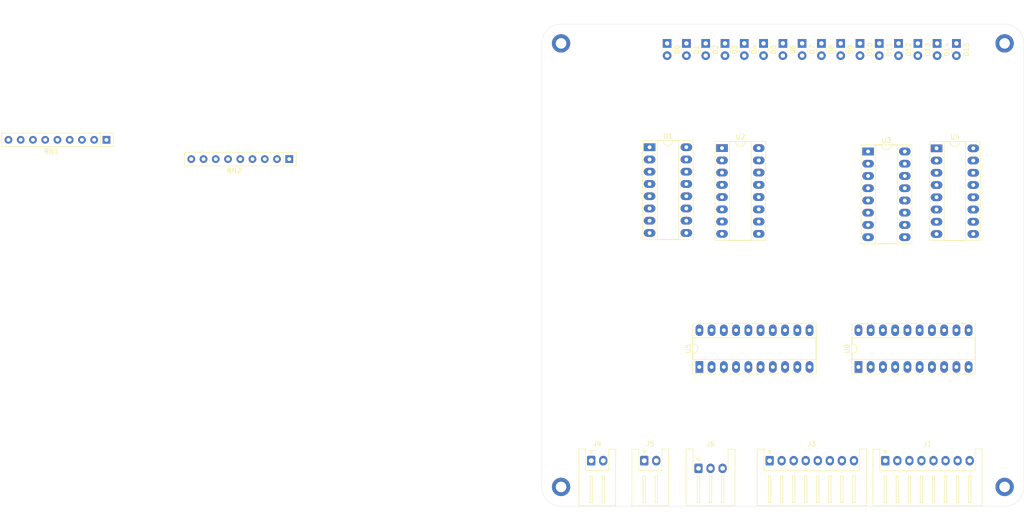
<source format=kicad_pcb>
(kicad_pcb (version 20240108) (generator "pcbnew") (generator_version "8.0")
  (layers (0 "F.Cu" signal) (31 "B.Cu" signal) (34 "B.Paste" user) (35 "F.Paste" user) (36 "B.SilkS" user "B.Silkscreen") (37 "F.SilkS" user "F.Silkscreen") (38 "B.Mask" user) (39 "F.Mask" user) (44 "Edge.Cuts" user))
  (net 0 "")
  (net 1 "/D0")
  (net 2 "/D6")
  (net 3 "/D3")
  (net 4 "/D7")
  (net 5 "/D4")
  (net 6 "/D5")
  (net 7 "/D2")
  (net 8 "/D1")
  (net 9 "/D15")
  (net 10 "/D12")
  (net 11 "/D9")
  (net 12 "/D8")
  (net 13 "/D14")
  (net 14 "/D13")
  (net 15 "/D11")
  (net 16 "/D10")
  (net 17 "Net-(U1-TC)")
  (net 18 "/Q4")
  (net 19 "/Q7")
  (net 20 "VCC")
  (net 21 "MR")
  (net 22 "Net-(U2-TC)")
  (net 23 "/Q6")
  (net 24 "CLK")
  (net 25 "GND")
  (net 26 "PC_LOAD")
  (net 27 "/Q5")
  (net 31 "PC_OUT")
  (net 47 "PC_INC")
  (net 48 "/Q3")
  (net 49 "/Q2")
  (net 50 "/Q1")
  (net 51 "/Q0")
  (net 52 "/Q9")
  (net 53 "/Q8")
  (net 54 "Net-(U3-TC)")
  (net 55 "/Q10")
  (net 56 "/Q11")
  (net 57 "/Q13")
  (net 59 "/Q12")
  (net 60 "/Q14")
  (net 61 "/Q15")
  (net 62 "Net-(D0-K)")
  (net 63 "Net-(D1-K)")
  (net 64 "Net-(D2-K)")
  (net 65 "Net-(D3-K)")
  (net 66 "Net-(D4-K)")
  (net 67 "Net-(D5-K)")
  (net 68 "Net-(D6-K)")
  (net 69 "Net-(D7-K)")
  (net 70 "Net-(D8-K)")
  (net 71 "Net-(D9-K)")
  (net 72 "Net-(D10-K)")
  (net 73 "Net-(D11-K)")
  (net 74 "Net-(D12-K)")
  (net 75 "Net-(D13-K)")
  (net 76 "Net-(D14-K)")
  (net 77 "Net-(D15-K)")
  (footprint "LED_THT:LED_Rectangular_W3.0mm_H2.0mm" (layer "F.Cu") (at 96 54 -90)
    (property "Reference" "D5" (at 1.27 -2.06 90) (layer "F.SilkS"))
    (property "Value" "LED")
    (pad "1" thru_hole rect (at 0 0 270) (size 1.8 1.8) (drill 0.9) (layers "*.Cu" "*.Mask") (net 67 "Net-(D5-K)"))
    (pad "2" thru_hole circle (at 2.54 0 270) (size 1.8 1.8) (drill 0.9) (layers "*.Cu" "*.Mask") (net 27 "/Q5"))
  )
  (footprint "Connector_JST:JST_XH_S8B-XH-A_1x08_P2.50mm_Horizontal" (layer "F.Cu") (at 97.25 140.55)
    (property "Reference" "J3" (at 8.75 -3.5 0) (layer "F.SilkS"))
    (property "Value" "Conn_01x08_Socket")
    (pad "1" thru_hole roundrect (at 0 0) (size 1.7 1.95) (drill 0.95) (layers "*.Cu" "*.Mask") (roundrect_rratio 0.147059) (net 1 "/D0"))
    (pad "2" thru_hole oval (at 2.5 0) (size 1.7 1.95) (drill 0.95) (layers "*.Cu" "*.Mask") (net 8 "/D1"))
    (pad "3" thru_hole oval (at 5 0) (size 1.7 1.95) (drill 0.95) (layers "*.Cu" "*.Mask") (net 7 "/D2"))
    (pad "4" thru_hole oval (at 7.5 0) (size 1.7 1.95) (drill 0.95) (layers "*.Cu" "*.Mask") (net 3 "/D3"))
    (pad "5" thru_hole oval (at 10 0) (size 1.7 1.95) (drill 0.95) (layers "*.Cu" "*.Mask") (net 5 "/D4"))
    (pad "6" thru_hole oval (at 12.5 0) (size 1.7 1.95) (drill 0.95) (layers "*.Cu" "*.Mask") (net 6 "/D5"))
    (pad "7" thru_hole oval (at 15 0) (size 1.7 1.95) (drill 0.95) (layers "*.Cu" "*.Mask") (net 2 "/D6"))
    (pad "8" thru_hole oval (at 17.5 0) (size 1.7 1.95) (drill 0.95) (layers "*.Cu" "*.Mask") (net 4 "/D7"))
  )
  (footprint "LED_THT:LED_Rectangular_W3.0mm_H2.0mm" (layer "F.Cu") (at 84 54 -90)
    (property "Reference" "D2" (at 1.27 -2.06 90) (layer "F.SilkS"))
    (property "Value" "LED")
    (pad "1" thru_hole rect (at 0 0 270) (size 1.8 1.8) (drill 0.9) (layers "*.Cu" "*.Mask") (net 64 "Net-(D2-K)"))
    (pad "2" thru_hole circle (at 2.54 0 270) (size 1.8 1.8) (drill 0.9) (layers "*.Cu" "*.Mask") (net 49 "/Q2"))
  )
  (footprint "LED_THT:LED_Rectangular_W3.0mm_H2.0mm" (layer "F.Cu") (at 80 54 -90)
    (property "Reference" "D1" (at 1.27 -2.06 90) (layer "F.SilkS"))
    (property "Value" "LED")
    (pad "1" thru_hole rect (at 0 0 270) (size 1.8 1.8) (drill 0.9) (layers "*.Cu" "*.Mask") (net 63 "Net-(D1-K)"))
    (pad "2" thru_hole circle (at 2.54 0 270) (size 1.8 1.8) (drill 0.9) (layers "*.Cu" "*.Mask") (net 50 "/Q1"))
  )
  (footprint "LED_THT:LED_Rectangular_W3.0mm_H2.0mm" (layer "F.Cu") (at 120 54 -90)
    (property "Reference" "D11" (at 1.27 -2.06 90) (layer "F.SilkS"))
    (property "Value" "LED")
    (pad "1" thru_hole rect (at 0 0 270) (size 1.8 1.8) (drill 0.9) (layers "*.Cu" "*.Mask") (net 73 "Net-(D11-K)"))
    (pad "2" thru_hole circle (at 2.54 0 270) (size 1.8 1.8) (drill 0.9) (layers "*.Cu" "*.Mask") (net 56 "/Q11"))
  )
  (footprint "Package_DIP:DIP-16_W7.62mm_Socket_LongPads" (layer "F.Cu") (at 131.88 75.76)
    (property "Reference" "U4" (at 3.81 -2.33 360) (layer "F.SilkS"))
    (property "Value" "74LS161")
    (pad "1" thru_hole rect (at 0 0) (size 2.4 1.6) (drill 0.8) (layers "*.Cu" "*.Mask") (net 21 "MR"))
    (pad "2" thru_hole oval (at 0 2.54) (size 2.4 1.6) (drill 0.8) (layers "*.Cu" "*.Mask") (net 24 "CLK"))
    (pad "3" thru_hole oval (at 0 5.08) (size 2.4 1.6) (drill 0.8) (layers "*.Cu" "*.Mask") (net 10 "/D12"))
    (pad "4" thru_hole oval (at 0 7.62) (size 2.4 1.6) (drill 0.8) (layers "*.Cu" "*.Mask") (net 14 "/D13"))
    (pad "5" thru_hole oval (at 0 10.16) (size 2.4 1.6) (drill 0.8) (layers "*.Cu" "*.Mask") (net 13 "/D14"))
    (pad "6" thru_hole oval (at 0 12.7) (size 2.4 1.6) (drill 0.8) (layers "*.Cu" "*.Mask") (net 9 "/D15"))
    (pad "7" thru_hole oval (at 0 15.24) (size 2.4 1.6) (drill 0.8) (layers "*.Cu" "*.Mask") (net 54 "Net-(U3-TC)"))
    (pad "8" thru_hole oval (at 0 17.78) (size 2.4 1.6) (drill 0.8) (layers "*.Cu" "*.Mask") (net 25 "GND"))
    (pad "9" thru_hole oval (at 7.62 17.78) (size 2.4 1.6) (drill 0.8) (layers "*.Cu" "*.Mask") (net 26 "PC_LOAD"))
    (pad "10" thru_hole oval (at 7.62 15.24) (size 2.4 1.6) (drill 0.8) (layers "*.Cu" "*.Mask") (net 54 "Net-(U3-TC)"))
    (pad "11" thru_hole oval (at 7.62 12.7) (size 2.4 1.6) (drill 0.8) (layers "*.Cu" "*.Mask") (net 61 "/Q15"))
    (pad "12" thru_hole oval (at 7.62 10.16) (size 2.4 1.6) (drill 0.8) (layers "*.Cu" "*.Mask") (net 60 "/Q14"))
    (pad "13" thru_hole oval (at 7.62 7.62) (size 2.4 1.6) (drill 0.8) (layers "*.Cu" "*.Mask") (net 57 "/Q13"))
    (pad "14" thru_hole oval (at 7.62 5.08) (size 2.4 1.6) (drill 0.8) (layers "*.Cu" "*.Mask") (net 59 "/Q12"))
    (pad "15" thru_hole oval (at 7.62 2.54) (size 2.4 1.6) (drill 0.8) (layers "*.Cu" "*.Mask"))
    (pad "16" thru_hole oval (at 7.62 0) (size 2.4 1.6) (drill 0.8) (layers "*.Cu" "*.Mask") (net 20 "VCC"))
  )
  (footprint "Connector_JST:JST_XH_S3B-XH-A-1_1x03_P2.50mm_Horizontal" (layer "F.Cu") (at 82.5 142.15)
    (property "Reference" "J6" (at 2.5 -5.1 0) (layer "F.SilkS"))
    (property "Value" "Conn_01x03_Socket")
    (pad "1" thru_hole roundrect (at 0 0) (size 1.7 1.95) (drill 0.95) (layers "*.Cu" "*.Mask") (roundrect_rratio 0.147059) (net 26 "PC_LOAD"))
    (pad "2" thru_hole oval (at 2.5 0) (size 1.7 1.95) (drill 0.95) (layers "*.Cu" "*.Mask") (net 47 "PC_INC"))
    (pad "3" thru_hole oval (at 5 0) (size 1.7 1.95) (drill 0.95) (layers "*.Cu" "*.Mask") (net 31 "PC_OUT"))
  )
  (footprint "Connector_JST:JST_XH_S8B-XH-A_1x08_P2.50mm_Horizontal" (layer "F.Cu") (at 121.25 140.55)
    (property "Reference" "J1" (at 8.75 -3.5 0) (layer "F.SilkS"))
    (property "Value" "Conn_01x08_Socket")
    (pad "1" thru_hole roundrect (at 0 0) (size 1.7 1.95) (drill 0.95) (layers "*.Cu" "*.Mask") (roundrect_rratio 0.147059) (net 12 "/D8"))
    (pad "2" thru_hole oval (at 2.5 0) (size 1.7 1.95) (drill 0.95) (layers "*.Cu" "*.Mask") (net 11 "/D9"))
    (pad "3" thru_hole oval (at 5 0) (size 1.7 1.95) (drill 0.95) (layers "*.Cu" "*.Mask") (net 16 "/D10"))
    (pad "4" thru_hole oval (at 7.5 0) (size 1.7 1.95) (drill 0.95) (layers "*.Cu" "*.Mask") (net 15 "/D11"))
    (pad "5" thru_hole oval (at 10 0) (size 1.7 1.95) (drill 0.95) (layers "*.Cu" "*.Mask") (net 10 "/D12"))
    (pad "6" thru_hole oval (at 12.5 0) (size 1.7 1.95) (drill 0.95) (layers "*.Cu" "*.Mask") (net 14 "/D13"))
    (pad "7" thru_hole oval (at 15 0) (size 1.7 1.95) (drill 0.95) (layers "*.Cu" "*.Mask") (net 13 "/D14"))
    (pad "8" thru_hole oval (at 17.5 0) (size 1.7 1.95) (drill 0.95) (layers "*.Cu" "*.Mask") (net 9 "/D15"))
  )
  (footprint "LED_THT:LED_Rectangular_W3.0mm_H2.0mm" (layer "F.Cu") (at 112 54 -90)
    (property "Reference" "D9" (at 1.27 -2.06 90) (layer "F.SilkS"))
    (property "Value" "LED")
    (pad "1" thru_hole rect (at 0 0 270) (size 1.8 1.8) (drill 0.9) (layers "*.Cu" "*.Mask") (net 71 "Net-(D9-K)"))
    (pad "2" thru_hole circle (at 2.54 0 270) (size 1.8 1.8) (drill 0.9) (layers "*.Cu" "*.Mask") (net 52 "/Q9"))
  )
  (footprint "MountingHole:MountingHole_2.2mm_M2_DIN965_Pad" (layer "F.Cu") (at 54 146)
    (property "Reference" "H3" (hide yes))
    (property "Value" "MountingHole_Pad" (hide yes))
    (pad "1" thru_hole circle (at 0 0) (size 3.8 3.8) (drill 2.2) (layers "*.Cu" "*.Mask") (net 25 "GND"))
  )
  (footprint "LED_THT:LED_Rectangular_W3.0mm_H2.0mm" (layer "F.Cu") (at 132 54 -90)
    (property "Reference" "D14" (at 1.27 -2.06 90) (layer "F.SilkS"))
    (property "Value" "LED")
    (pad "1" thru_hole rect (at 0 0 270) (size 1.8 1.8) (drill 0.9) (layers "*.Cu" "*.Mask") (net 76 "Net-(D14-K)"))
    (pad "2" thru_hole circle (at 2.54 0 270) (size 1.8 1.8) (drill 0.9) (layers "*.Cu" "*.Mask") (net 60 "/Q14"))
  )
  (footprint "Resistor_THT:R_Array_SIP9" (layer "F.Cu") (at -40.3 74 180)
    (property "Reference" "RN1" (at 11.43 -2.4 360) (layer "F.SilkS"))
    (property "Value" "R_Network08_US")
    (pad "1" thru_hole rect (at 0 0 180) (size 1.6 1.6) (drill 0.8) (layers "*.Cu" "*.Mask") (net 25 "GND"))
    (pad "2" thru_hole oval (at 2.54 0 180) (size 1.6 1.6) (drill 0.8) (layers "*.Cu" "*.Mask") (net 69 "Net-(D7-K)"))
    (pad "3" thru_hole oval (at 5.08 0 180) (size 1.6 1.6) (drill 0.8) (layers "*.Cu" "*.Mask") (net 68 "Net-(D6-K)"))
    (pad "4" thru_hole oval (at 7.62 0 180) (size 1.6 1.6) (drill 0.8) (layers "*.Cu" "*.Mask") (net 67 "Net-(D5-K)"))
    (pad "5" thru_hole oval (at 10.16 0 180) (size 1.6 1.6) (drill 0.8) (layers "*.Cu" "*.Mask") (net 66 "Net-(D4-K)"))
    (pad "6" thru_hole oval (at 12.7 0 180) (size 1.6 1.6) (drill 0.8) (layers "*.Cu" "*.Mask") (net 65 "Net-(D3-K)"))
    (pad "7" thru_hole oval (at 15.24 0 180) (size 1.6 1.6) (drill 0.8) (layers "*.Cu" "*.Mask") (net 64 "Net-(D2-K)"))
    (pad "8" thru_hole oval (at 17.78 0 180) (size 1.6 1.6) (drill 0.8) (layers "*.Cu" "*.Mask") (net 63 "Net-(D1-K)"))
    (pad "9" thru_hole oval (at 20.32 0 180) (size 1.6 1.6) (drill 0.8) (layers "*.Cu" "*.Mask") (net 62 "Net-(D0-K)"))
  )
  (footprint "Connector_JST:JST_XH_S2B-XH-A_1x02_P2.50mm_Horizontal" (layer "F.Cu") (at 71.25 140.55)
    (property "Reference" "J5" (at 1.25 -3.5 0) (layer "F.SilkS"))
    (property "Value" "Conn_01x02_Socket")
    (pad "1" thru_hole roundrect (at 0 0) (size 1.7 2) (drill 1) (layers "*.Cu" "*.Mask") (roundrect_rratio 0.147059) (net 21 "MR"))
    (pad "2" thru_hole oval (at 2.5 0) (size 1.7 2) (drill 1) (layers "*.Cu" "*.Mask") (net 24 "CLK"))
  )
  (footprint "Package_DIP:DIP-20_W7.62mm_Socket_LongPads" (layer "F.Cu") (at 115.68 121.12 90)
    (property "Reference" "U6" (at 3.81 -2.33 90) (layer "F.SilkS"))
    (property "Value" "74LS245")
    (pad "1" thru_hole rect (at 0 0 90) (size 2.4 1.6) (drill 0.8) (layers "*.Cu" "*.Mask"))
    (pad "2" thru_hole oval (at 0 2.54 90) (size 2.4 1.6) (drill 0.8) (layers "*.Cu" "*.Mask") (net 12 "/D8"))
    (pad "3" thru_hole oval (at 0 5.08 90) (size 2.4 1.6) (drill 0.8) (layers "*.Cu" "*.Mask") (net 11 "/D9"))
    (pad "4" thru_hole oval (at 0 7.62 90) (size 2.4 1.6) (drill 0.8) (layers "*.Cu" "*.Mask") (net 16 "/D10"))
    (pad "5" thru_hole oval (at 0 10.16 90) (size 2.4 1.6) (drill 0.8) (layers "*.Cu" "*.Mask") (net 15 "/D11"))
    (pad "6" thru_hole oval (at 0 12.7 90) (size 2.4 1.6) (drill 0.8) (layers "*.Cu" "*.Mask") (net 10 "/D12"))
    (pad "7" thru_hole oval (at 0 15.24 90) (size 2.4 1.6) (drill 0.8) (layers "*.Cu" "*.Mask") (net 14 "/D13"))
    (pad "8" thru_hole oval (at 0 17.78 90) (size 2.4 1.6) (drill 0.8) (layers "*.Cu" "*.Mask") (net 13 "/D14"))
    (pad "9" thru_hole oval (at 0 20.32 90) (size 2.4 1.6) (drill 0.8) (layers "*.Cu" "*.Mask") (net 9 "/D15"))
    (pad "10" thru_hole oval (at 0 22.86 90) (size 2.4 1.6) (drill 0.8) (layers "*.Cu" "*.Mask") (net 25 "GND"))
    (pad "11" thru_hole oval (at 7.62 22.86 90) (size 2.4 1.6) (drill 0.8) (layers "*.Cu" "*.Mask"))
    (pad "12" thru_hole oval (at 7.62 20.32 90) (size 2.4 1.6) (drill 0.8) (layers "*.Cu" "*.Mask"))
    (pad "13" thru_hole oval (at 7.62 17.78 90) (size 2.4 1.6) (drill 0.8) (layers "*.Cu" "*.Mask"))
    (pad "14" thru_hole oval (at 7.62 15.24 90) (size 2.4 1.6) (drill 0.8) (layers "*.Cu" "*.Mask"))
    (pad "15" thru_hole oval (at 7.62 12.7 90) (size 2.4 1.6) (drill 0.8) (layers "*.Cu" "*.Mask"))
    (pad "16" thru_hole oval (at 7.62 10.16 90) (size 2.4 1.6) (drill 0.8) (layers "*.Cu" "*.Mask"))
    (pad "17" thru_hole oval (at 7.62 7.62 90) (size 2.4 1.6) (drill 0.8) (layers "*.Cu" "*.Mask"))
    (pad "18" thru_hole oval (at 7.62 5.08 90) (size 2.4 1.6) (drill 0.8) (layers "*.Cu" "*.Mask"))
    (pad "19" thru_hole oval (at 7.62 2.54 90) (size 2.4 1.6) (drill 0.8) (layers "*.Cu" "*.Mask") (net 31 "PC_OUT"))
    (pad "20" thru_hole oval (at 7.62 0 90) (size 2.4 1.6) (drill 0.8) (layers "*.Cu" "*.Mask") (net 20 "VCC"))
  )
  (footprint "MountingHole:MountingHole_2.2mm_M2_DIN965_Pad" (layer "F.Cu") (at 54 54)
    (property "Reference" "H1" (hide yes))
    (property "Value" "MountingHole_Pad" (hide yes))
    (pad "1" thru_hole circle (at 0 0) (size 3.8 3.8) (drill 2.2) (layers "*.Cu" "*.Mask") (net 25 "GND"))
  )
  (footprint "MountingHole:MountingHole_2.2mm_M2_DIN965_Pad" (layer "F.Cu") (at 146 54)
    (property "Reference" "H2" (hide yes))
    (property "Value" "MountingHole_Pad" (hide yes))
    (pad "1" thru_hole circle (at 0 0) (size 3.8 3.8) (drill 2.2) (layers "*.Cu" "*.Mask") (net 25 "GND"))
  )
  (footprint "LED_THT:LED_Rectangular_W3.0mm_H2.0mm" (layer "F.Cu") (at 76 54 -90)
    (property "Reference" "D0" (at 1.27 -2.06 90) (layer "F.SilkS"))
    (property "Value" "LED")
    (pad "1" thru_hole rect (at 0 0 270) (size 1.8 1.8) (drill 0.9) (layers "*.Cu" "*.Mask") (net 62 "Net-(D0-K)"))
    (pad "2" thru_hole circle (at 2.54 0 270) (size 1.8 1.8) (drill 0.9) (layers "*.Cu" "*.Mask") (net 51 "/Q0"))
  )
  (footprint "LED_THT:LED_Rectangular_W3.0mm_H2.0mm" (layer "F.Cu") (at 104 54 -90)
    (property "Reference" "D7" (at 1.27 -2.06 90) (layer "F.SilkS"))
    (property "Value" "LED")
    (pad "1" thru_hole rect (at 0 0 270) (size 1.8 1.8) (drill 0.9) (layers "*.Cu" "*.Mask") (net 69 "Net-(D7-K)"))
    (pad "2" thru_hole circle (at 2.54 0 270) (size 1.8 1.8) (drill 0.9) (layers "*.Cu" "*.Mask") (net 19 "/Q7"))
  )
  (footprint "LED_THT:LED_Rectangular_W3.0mm_H2.0mm" (layer "F.Cu") (at 124 54 -90)
    (property "Reference" "D12" (at 1.27 -2.06 90) (layer "F.SilkS"))
    (property "Value" "LED")
    (pad "1" thru_hole rect (at 0 0 270) (size 1.8 1.8) (drill 0.9) (layers "*.Cu" "*.Mask") (net 74 "Net-(D12-K)"))
    (pad "2" thru_hole circle (at 2.54 0 270) (size 1.8 1.8) (drill 0.9) (layers "*.Cu" "*.Mask") (net 59 "/Q12"))
  )
  (footprint "LED_THT:LED_Rectangular_W3.0mm_H2.0mm" (layer "F.Cu") (at 92 54 -90)
    (property "Reference" "D4" (at 1.27 -2.06 90) (layer "F.SilkS"))
    (property "Value" "LED")
    (pad "1" thru_hole rect (at 0 0 270) (size 1.8 1.8) (drill 0.9) (layers "*.Cu" "*.Mask") (net 66 "Net-(D4-K)"))
    (pad "2" thru_hole circle (at 2.54 0 270) (size 1.8 1.8) (drill 0.9) (layers "*.Cu" "*.Mask") (net 18 "/Q4"))
  )
  (footprint "LED_THT:LED_Rectangular_W3.0mm_H2.0mm" (layer "F.Cu") (at 116 54 -90)
    (property "Reference" "D10" (at 1.27 -2.06 90) (layer "F.SilkS"))
    (property "Value" "LED")
    (pad "1" thru_hole rect (at 0 0 270) (size 1.8 1.8) (drill 0.9) (layers "*.Cu" "*.Mask") (net 72 "Net-(D10-K)"))
    (pad "2" thru_hole circle (at 2.54 0 270) (size 1.8 1.8) (drill 0.9) (layers "*.Cu" "*.Mask") (net 55 "/Q10"))
  )
  (footprint "LED_THT:LED_Rectangular_W3.0mm_H2.0mm" (layer "F.Cu") (at 88 54 -90)
    (property "Reference" "D3" (at 1.27 -2.06 90) (layer "F.SilkS"))
    (property "Value" "LED")
    (pad "1" thru_hole rect (at 0 0 270) (size 1.8 1.8) (drill 0.9) (layers "*.Cu" "*.Mask") (net 65 "Net-(D3-K)"))
    (pad "2" thru_hole circle (at 2.54 0 270) (size 1.8 1.8) (drill 0.9) (layers "*.Cu" "*.Mask") (net 48 "/Q3"))
  )
  (footprint "LED_THT:LED_Rectangular_W3.0mm_H2.0mm" (layer "F.Cu") (at 136 54 -90)
    (property "Reference" "D15" (at 1.27 -2.06 90) (layer "F.SilkS"))
    (property "Value" "LED")
    (pad "1" thru_hole rect (at 0 0 270) (size 1.8 1.8) (drill 0.9) (layers "*.Cu" "*.Mask") (net 77 "Net-(D15-K)"))
    (pad "2" thru_hole circle (at 2.54 0 270) (size 1.8 1.8) (drill 0.9) (layers "*.Cu" "*.Mask") (net 61 "/Q15"))
  )
  (footprint "LED_THT:LED_Rectangular_W3.0mm_H2.0mm" (layer "F.Cu") (at 100 54 -90)
    (property "Reference" "D6" (at 1.27 -2.06 90) (layer "F.SilkS"))
    (property "Value" "LED")
    (pad "1" thru_hole rect (at 0 0 270) (size 1.8 1.8) (drill 0.9) (layers "*.Cu" "*.Mask") (net 68 "Net-(D6-K)"))
    (pad "2" thru_hole circle (at 2.54 0 270) (size 1.8 1.8) (drill 0.9) (layers "*.Cu" "*.Mask") (net 23 "/Q6"))
  )
  (footprint "Package_DIP:DIP-16_W7.62mm_Socket_LongPads" (layer "F.Cu") (at 72.36 75.54)
    (property "Reference" "U1" (at 3.81 -2.33 360) (layer "F.SilkS"))
    (property "Value" "74LS161")
    (pad "1" thru_hole rect (at 0 0) (size 2.4 1.6) (drill 0.8) (layers "*.Cu" "*.Mask") (net 21 "MR"))
    (pad "2" thru_hole oval (at 0 2.54) (size 2.4 1.6) (drill 0.8) (layers "*.Cu" "*.Mask") (net 24 "CLK"))
    (pad "3" thru_hole oval (at 0 5.08) (size 2.4 1.6) (drill 0.8) (layers "*.Cu" "*.Mask") (net 1 "/D0"))
    (pad "4" thru_hole oval (at 0 7.62) (size 2.4 1.6) (drill 0.8) (layers "*.Cu" "*.Mask") (net 8 "/D1"))
    (pad "5" thru_hole oval (at 0 10.16) (size 2.4 1.6) (drill 0.8) (layers "*.Cu" "*.Mask") (net 7 "/D2"))
    (pad "6" thru_hole oval (at 0 12.7) (size 2.4 1.6) (drill 0.8) (layers "*.Cu" "*.Mask") (net 3 "/D3"))
    (pad "7" thru_hole oval (at 0 15.24) (size 2.4 1.6) (drill 0.8) (layers "*.Cu" "*.Mask") (net 47 "PC_INC"))
    (pad "8" thru_hole oval (at 0 17.78) (size 2.4 1.6) (drill 0.8) (layers "*.Cu" "*.Mask") (net 25 "GND"))
    (pad "9" thru_hole oval (at 7.62 17.78) (size 2.4 1.6) (drill 0.8) (layers "*.Cu" "*.Mask") (net 26 "PC_LOAD"))
    (pad "10" thru_hole oval (at 7.62 15.24) (size 2.4 1.6) (drill 0.8) (layers "*.Cu" "*.Mask") (net 20 "VCC"))
    (pad "11" thru_hole oval (at 7.62 12.7) (size 2.4 1.6) (drill 0.8) (layers "*.Cu" "*.Mask") (net 48 "/Q3"))
    (pad "12" thru_hole oval (at 7.62 10.16) (size 2.4 1.6) (drill 0.8) (layers "*.Cu" "*.Mask") (net 49 "/Q2"))
    (pad "13" thru_hole oval (at 7.62 7.62) (size 2.4 1.6) (drill 0.8) (layers "*.Cu" "*.Mask") (net 50 "/Q1"))
    (pad "14" thru_hole oval (at 7.62 5.08) (size 2.4 1.6) (drill 0.8) (layers "*.Cu" "*.Mask") (net 51 "/Q0"))
    (pad "15" thru_hole oval (at 7.62 2.54) (size 2.4 1.6) (drill 0.8) (layers "*.Cu" "*.Mask") (net 17 "Net-(U1-TC)"))
    (pad "16" thru_hole oval (at 7.62 0) (size 2.4 1.6) (drill 0.8) (layers "*.Cu" "*.Mask") (net 20 "VCC"))
  )
  (footprint "Resistor_THT:R_Array_SIP9" (layer "F.Cu") (at -2.38 78 180)
    (property "Reference" "RN2" (at 11.43 -2.4 360) (layer "F.SilkS"))
    (property "Value" "R_Network08_US")
    (pad "1" thru_hole rect (at 0 0 180) (size 1.6 1.6) (drill 0.8) (layers "*.Cu" "*.Mask") (net 25 "GND"))
    (pad "2" thru_hole oval (at 2.54 0 180) (size 1.6 1.6) (drill 0.8) (layers "*.Cu" "*.Mask") (net 77 "Net-(D15-K)"))
    (pad "3" thru_hole oval (at 5.08 0 180) (size 1.6 1.6) (drill 0.8) (layers "*.Cu" "*.Mask") (net 76 "Net-(D14-K)"))
    (pad "4" thru_hole oval (at 7.62 0 180) (size 1.6 1.6) (drill 0.8) (layers "*.Cu" "*.Mask") (net 75 "Net-(D13-K)"))
    (pad "5" thru_hole oval (at 10.16 0 180) (size 1.6 1.6) (drill 0.8) (layers "*.Cu" "*.Mask") (net 74 "Net-(D12-K)"))
    (pad "6" thru_hole oval (at 12.7 0 180) (size 1.6 1.6) (drill 0.8) (layers "*.Cu" "*.Mask") (net 73 "Net-(D11-K)"))
    (pad "7" thru_hole oval (at 15.24 0 180) (size 1.6 1.6) (drill 0.8) (layers "*.Cu" "*.Mask") (net 72 "Net-(D10-K)"))
    (pad "8" thru_hole oval (at 17.78 0 180) (size 1.6 1.6) (drill 0.8) (layers "*.Cu" "*.Mask") (net 71 "Net-(D9-K)"))
    (pad "9" thru_hole oval (at 20.32 0 180) (size 1.6 1.6) (drill 0.8) (layers "*.Cu" "*.Mask") (net 70 "Net-(D8-K)"))
  )
  (footprint "LED_THT:LED_Rectangular_W3.0mm_H2.0mm" (layer "F.Cu") (at 128 54 -90)
    (property "Reference" "D13" (at 1.27 -2.06 90) (layer "F.SilkS"))
    (property "Value" "LED")
    (pad "1" thru_hole rect (at 0 0 270) (size 1.8 1.8) (drill 0.9) (layers "*.Cu" "*.Mask") (net 75 "Net-(D13-K)"))
    (pad "2" thru_hole circle (at 2.54 0 270) (size 1.8 1.8) (drill 0.9) (layers "*.Cu" "*.Mask") (net 57 "/Q13"))
  )
  (footprint "Connector_JST:JST_XH_S2B-XH-A_1x02_P2.50mm_Horizontal" (layer "F.Cu") (at 60.25 140.55)
    (property "Reference" "J4" (at 1.25 -3.5 360) (layer "F.SilkS"))
    (property "Value" "Conn_01x02_Socket")
    (pad "1" thru_hole roundrect (at 0 0) (size 1.7 2) (drill 1) (layers "*.Cu" "*.Mask") (roundrect_rratio 0.147059) (net 25 "GND"))
    (pad "2" thru_hole oval (at 2.5 0) (size 1.7 2) (drill 1) (layers "*.Cu" "*.Mask") (net 20 "VCC"))
  )
  (footprint "Package_DIP:DIP-16_W7.62mm_Socket_LongPads" (layer "F.Cu") (at 87.38 75.72)
    (property "Reference" "U2" (at 3.81 -2.33 360) (layer "F.SilkS"))
    (property "Value" "74LS161")
    (pad "1" thru_hole rect (at 0 0) (size 2.4 1.6) (drill 0.8) (layers "*.Cu" "*.Mask") (net 21 "MR"))
    (pad "2" thru_hole oval (at 0 2.54) (size 2.4 1.6) (drill 0.8) (layers "*.Cu" "*.Mask") (net 24 "CLK"))
    (pad "3" thru_hole oval (at 0 5.08) (size 2.4 1.6) (drill 0.8) (layers "*.Cu" "*.Mask") (net 5 "/D4"))
    (pad "4" thru_hole oval (at 0 7.62) (size 2.4 1.6) (drill 0.8) (layers "*.Cu" "*.Mask") (net 6 "/D5"))
    (pad "5" thru_hole oval (at 0 10.16) (size 2.4 1.6) (drill 0.8) (layers "*.Cu" "*.Mask") (net 2 "/D6"))
    (pad "6" thru_hole oval (at 0 12.7) (size 2.4 1.6) (drill 0.8) (layers "*.Cu" "*.Mask") (net 4 "/D7"))
    (pad "7" thru_hole oval (at 0 15.24) (size 2.4 1.6) (drill 0.8) (layers "*.Cu" "*.Mask") (net 17 "Net-(U1-TC)"))
    (pad "8" thru_hole oval (at 0 17.78) (size 2.4 1.6) (drill 0.8) (layers "*.Cu" "*.Mask") (net 25 "GND"))
    (pad "9" thru_hole oval (at 7.62 17.78) (size 2.4 1.6) (drill 0.8) (layers "*.Cu" "*.Mask") (net 26 "PC_LOAD"))
    (pad "10" thru_hole oval (at 7.62 15.24) (size 2.4 1.6) (drill 0.8) (layers "*.Cu" "*.Mask") (net 17 "Net-(U1-TC)"))
    (pad "11" thru_hole oval (at 7.62 12.7) (size 2.4 1.6) (drill 0.8) (layers "*.Cu" "*.Mask") (net 19 "/Q7"))
    (pad "12" thru_hole oval (at 7.62 10.16) (size 2.4 1.6) (drill 0.8) (layers "*.Cu" "*.Mask") (net 23 "/Q6"))
    (pad "13" thru_hole oval (at 7.62 7.62) (size 2.4 1.6) (drill 0.8) (layers "*.Cu" "*.Mask") (net 27 "/Q5"))
    (pad "14" thru_hole oval (at 7.62 5.08) (size 2.4 1.6) (drill 0.8) (layers "*.Cu" "*.Mask") (net 18 "/Q4"))
    (pad "15" thru_hole oval (at 7.62 2.54) (size 2.4 1.6) (drill 0.8) (layers "*.Cu" "*.Mask") (net 22 "Net-(U2-TC)"))
    (pad "16" thru_hole oval (at 7.62 0) (size 2.4 1.6) (drill 0.8) (layers "*.Cu" "*.Mask") (net 20 "VCC"))
  )
  (footprint "MountingHole:MountingHole_2.2mm_M2_DIN965_Pad" (layer "F.Cu") (at 146 146)
    (property "Reference" "H4" (hide yes))
    (property "Value" "MountingHole_Pad" (hide yes))
    (pad "1" thru_hole circle (at 0 0) (size 3.8 3.8) (drill 2.2) (layers "*.Cu" "*.Mask") (net 25 "GND"))
  )
  (footprint "Package_DIP:DIP-20_W7.62mm_Socket_LongPads" (layer "F.Cu") (at 82.68 121.12 90)
    (property "Reference" "U5" (at 3.81 -2.33 90) (layer "F.SilkS"))
    (property "Value" "74LS245")
    (pad "1" thru_hole rect (at 0 0 90) (size 2.4 1.6) (drill 0.8) (layers "*.Cu" "*.Mask"))
    (pad "2" thru_hole oval (at 0 2.54 90) (size 2.4 1.6) (drill 0.8) (layers "*.Cu" "*.Mask") (net 1 "/D0"))
    (pad "3" thru_hole oval (at 0 5.08 90) (size 2.4 1.6) (drill 0.8) (layers "*.Cu" "*.Mask") (net 8 "/D1"))
    (pad "4" thru_hole oval (at 0 7.62 90) (size 2.4 1.6) (drill 0.8) (layers "*.Cu" "*.Mask") (net 7 "/D2"))
    (pad "5" thru_hole oval (at 0 10.16 90) (size 2.4 1.6) (drill 0.8) (layers "*.Cu" "*.Mask") (net 3 "/D3"))
    (pad "6" thru_hole oval (at 0 12.7 90) (size 2.4 1.6) (drill 0.8) (layers "*.Cu" "*.Mask") (net 5 "/D4"))
    (pad "7" thru_hole oval (at 0 15.24 90) (size 2.4 1.6) (drill 0.8) (layers "*.Cu" "*.Mask") (net 6 "/D5"))
    (pad "8" thru_hole oval (at 0 17.78 90) (size 2.4 1.6) (drill 0.8) (layers "*.Cu" "*.Mask") (net 2 "/D6"))
    (pad "9" thru_hole oval (at 0 20.32 90) (size 2.4 1.6) (drill 0.8) (layers "*.Cu" "*.Mask") (net 4 "/D7"))
    (pad "10" thru_hole oval (at 0 22.86 90) (size 2.4 1.6) (drill 0.8) (layers "*.Cu" "*.Mask") (net 25 "GND"))
    (pad "11" thru_hole oval (at 7.62 22.86 90) (size 2.4 1.6) (drill 0.8) (layers "*.Cu" "*.Mask"))
    (pad "12" thru_hole oval (at 7.62 20.32 90) (size 2.4 1.6) (drill 0.8) (layers "*.Cu" "*.Mask"))
    (pad "13" thru_hole oval (at 7.62 17.78 90) (size 2.4 1.6) (drill 0.8) (layers "*.Cu" "*.Mask"))
    (pad "14" thru_hole oval (at 7.62 15.24 90) (size 2.4 1.6) (drill 0.8) (layers "*.Cu" "*.Mask"))
    (pad "15" thru_hole oval (at 7.62 12.7 90) (size 2.4 1.6) (drill 0.8) (layers "*.Cu" "*.Mask"))
    (pad "16" thru_hole oval (at 7.62 10.16 90) (size 2.4 1.6) (drill 0.8) (layers "*.Cu" "*.Mask"))
    (pad "17" thru_hole oval (at 7.62 7.62 90) (size 2.4 1.6) (drill 0.8) (layers "*.Cu" "*.Mask"))
    (pad "18" thru_hole oval (at 7.62 5.08 90) (size 2.4 1.6) (drill 0.8) (layers "*.Cu" "*.Mask"))
    (pad "19" thru_hole oval (at 7.62 2.54 90) (size 2.4 1.6) (drill 0.8) (layers "*.Cu" "*.Mask") (net 31 "PC_OUT"))
    (pad "20" thru_hole oval (at 7.62 0 90) (size 2.4 1.6) (drill 0.8) (layers "*.Cu" "*.Mask") (net 20 "VCC"))
  )
  (footprint "LED_THT:LED_Rectangular_W3.0mm_H2.0mm" (layer "F.Cu") (at 108 54 -90)
    (property "Reference" "D8" (at 1.27 -2.06 90) (layer "F.SilkS"))
    (property "Value" "LED")
    (pad "1" thru_hole rect (at 0 0 270) (size 1.8 1.8) (drill 0.9) (layers "*.Cu" "*.Mask") (net 70 "Net-(D8-K)"))
    (pad "2" thru_hole circle (at 2.54 0 270) (size 1.8 1.8) (drill 0.9) (layers "*.Cu" "*.Mask") (net 53 "/Q8"))
  )
  (footprint "Package_DIP:DIP-16_W7.62mm_Socket_LongPads" (layer "F.Cu") (at 117.68 76.42)
    (property "Reference" "U3" (at 3.81 -2.33 360) (layer "F.SilkS"))
    (property "Value" "74LS161")
    (pad "1" thru_hole rect (at 0 0) (size 2.4 1.6) (drill 0.8) (layers "*.Cu" "*.Mask") (net 21 "MR"))
    (pad "2" thru_hole oval (at 0 2.54) (size 2.4 1.6) (drill 0.8) (layers "*.Cu" "*.Mask") (net 24 "CLK"))
    (pad "3" thru_hole oval (at 0 5.08) (size 2.4 1.6) (drill 0.8) (layers "*.Cu" "*.Mask") (net 12 "/D8"))
    (pad "4" thru_hole oval (at 0 7.62) (size 2.4 1.6) (drill 0.8) (layers "*.Cu" "*.Mask") (net 11 "/D9"))
    (pad "5" thru_hole oval (at 0 10.16) (size 2.4 1.6) (drill 0.8) (layers "*.Cu" "*.Mask") (net 16 "/D10"))
    (pad "6" thru_hole oval (at 0 12.7) (size 2.4 1.6) (drill 0.8) (layers "*.Cu" "*.Mask") (net 15 "/D11"))
    (pad "7" thru_hole oval (at 0 15.24) (size 2.4 1.6) (drill 0.8) (layers "*.Cu" "*.Mask") (net 22 "Net-(U2-TC)"))
    (pad "8" thru_hole oval (at 0 17.78) (size 2.4 1.6) (drill 0.8) (layers "*.Cu" "*.Mask") (net 25 "GND"))
    (pad "9" thru_hole oval (at 7.62 17.78) (size 2.4 1.6) (drill 0.8) (layers "*.Cu" "*.Mask") (net 26 "PC_LOAD"))
    (pad "10" thru_hole oval (at 7.62 15.24) (size 2.4 1.6) (drill 0.8) (layers "*.Cu" "*.Mask") (net 22 "Net-(U2-TC)"))
    (pad "11" thru_hole oval (at 7.62 12.7) (size 2.4 1.6) (drill 0.8) (layers "*.Cu" "*.Mask") (net 56 "/Q11"))
    (pad "12" thru_hole oval (at 7.62 10.16) (size 2.4 1.6) (drill 0.8) (layers "*.Cu" "*.Mask") (net 55 "/Q10"))
    (pad "13" thru_hole oval (at 7.62 7.62) (size 2.4 1.6) (drill 0.8) (layers "*.Cu" "*.Mask") (net 52 "/Q9"))
    (pad "14" thru_hole oval (at 7.62 5.08) (size 2.4 1.6) (drill 0.8) (layers "*.Cu" "*.Mask") (net 53 "/Q8"))
    (pad "15" thru_hole oval (at 7.62 2.54) (size 2.4 1.6) (drill 0.8) (layers "*.Cu" "*.Mask") (net 54 "Net-(U3-TC)"))
    (pad "16" thru_hole oval (at 7.62 0) (size 2.4 1.6) (drill 0.8) (layers "*.Cu" "*.Mask") (net 20 "VCC"))
  )
  (gr_line (start 54 150) (end 146 150) (stroke (width 0.05)) (layer "Edge.Cuts"))
  (gr_line (start 150 146) (end 150 54) (stroke (width 0.05)) (layer "Edge.Cuts"))
  (gr_arc (start 150 146) (mid 148.828427 148.828427) (end 146 150) (stroke (width 0.05)) (layer "Edge.Cuts"))
  (gr_arc (start 54 150) (mid 51.171573 148.828427) (end 50 146) (stroke (width 0.05)) (layer "Edge.Cuts"))
  (gr_arc (start 50 54) (mid 51.171573 51.171573) (end 54 50) (stroke (width 0.05)) (layer "Edge.Cuts"))
  (gr_arc (start 146 50) (mid 148.828427 51.171573) (end 150 54) (stroke (width 0.05)) (layer "Edge.Cuts"))
  (gr_line (start 146 50) (end 54 50) (stroke (width 0.05)) (layer "Edge.Cuts"))
  (gr_line (start 50 54) (end 50 146) (stroke (width 0.05)) (layer "Edge.Cuts"))
)
</source>
